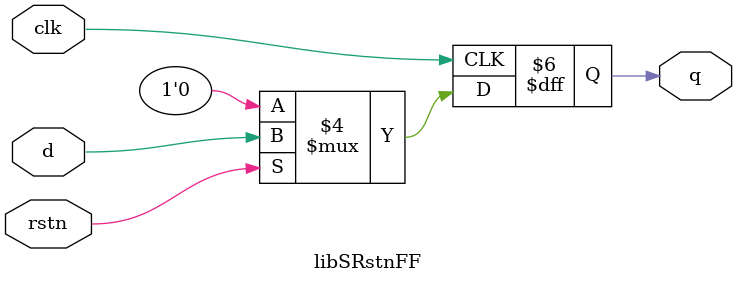
<source format=sv>
module libSRstnFF #(parameter W = 1,
                    parameter I = 0) 
(
  input  logic clk,
  input  logic rstn,
  input  logic [W-1:0] d,
  output logic [W-1:0] q
);

always @(posedge clk) begin
  if (~rstn) q <= I [W-1:0];
  else       q <= d;
end

endmodule

</source>
